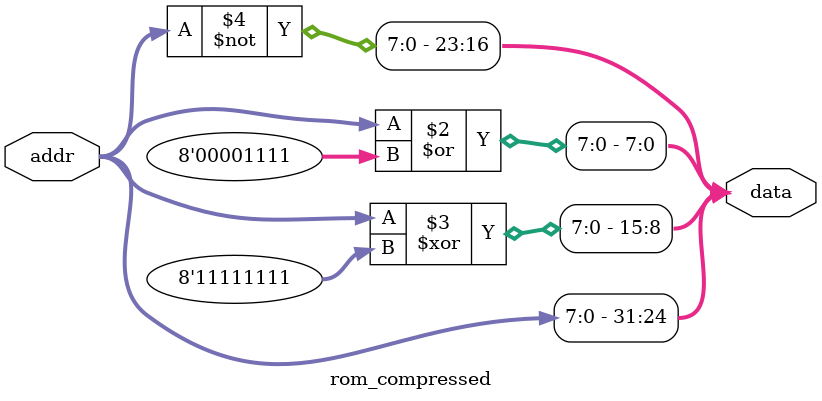
<source format=sv>
module rom_compressed #(parameter AW=8)(
    input [AW-1:0] addr,
    output reg [31:0] data
);
    // 解压缩逻辑已经是可综合的
    always @(*) begin
        data = {addr, ~addr, addr ^ 8'hFF, addr | 8'h0F};
    end
endmodule
</source>
